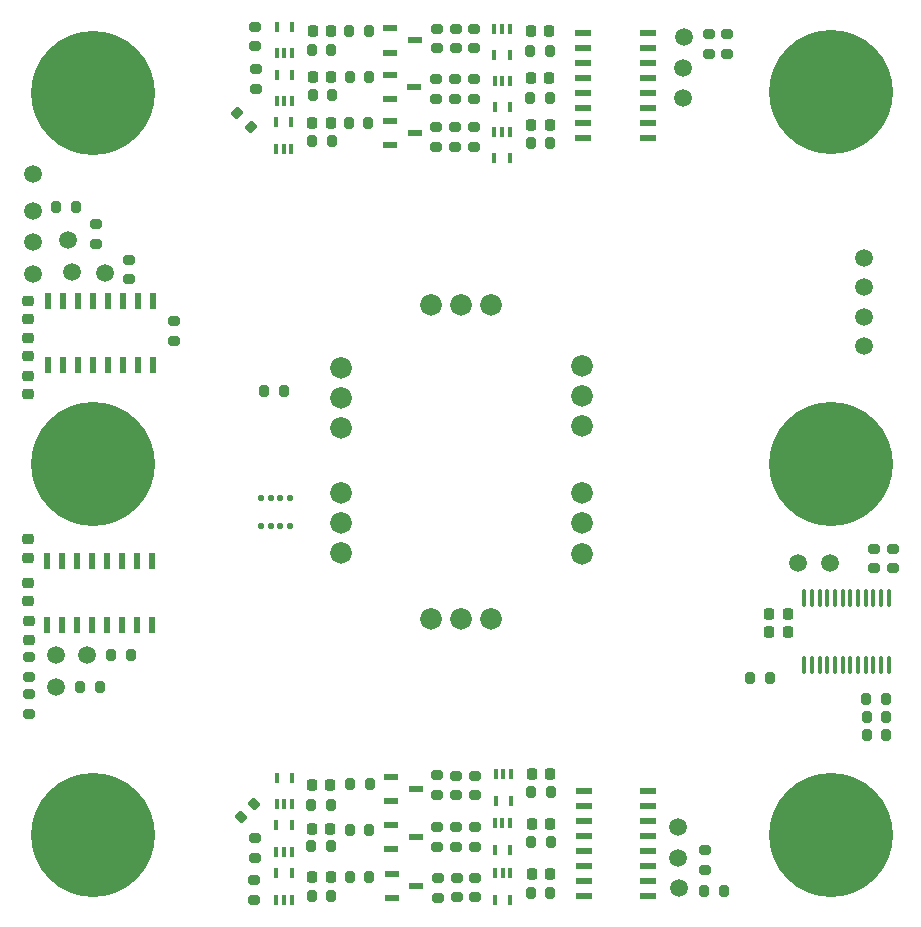
<source format=gts>
%TF.GenerationSoftware,KiCad,Pcbnew,7.0.11*%
%TF.CreationDate,2024-03-27T11:39:53-04:00*%
%TF.ProjectId,Sensor-Board,53656e73-6f72-42d4-926f-6172642e6b69,rev?*%
%TF.SameCoordinates,Original*%
%TF.FileFunction,Soldermask,Top*%
%TF.FilePolarity,Negative*%
%FSLAX46Y46*%
G04 Gerber Fmt 4.6, Leading zero omitted, Abs format (unit mm)*
G04 Created by KiCad (PCBNEW 7.0.11) date 2024-03-27 11:39:53*
%MOMM*%
%LPD*%
G01*
G04 APERTURE LIST*
G04 Aperture macros list*
%AMRoundRect*
0 Rectangle with rounded corners*
0 $1 Rounding radius*
0 $2 $3 $4 $5 $6 $7 $8 $9 X,Y pos of 4 corners*
0 Add a 4 corners polygon primitive as box body*
4,1,4,$2,$3,$4,$5,$6,$7,$8,$9,$2,$3,0*
0 Add four circle primitives for the rounded corners*
1,1,$1+$1,$2,$3*
1,1,$1+$1,$4,$5*
1,1,$1+$1,$6,$7*
1,1,$1+$1,$8,$9*
0 Add four rect primitives between the rounded corners*
20,1,$1+$1,$2,$3,$4,$5,0*
20,1,$1+$1,$4,$5,$6,$7,0*
20,1,$1+$1,$6,$7,$8,$9,0*
20,1,$1+$1,$8,$9,$2,$3,0*%
G04 Aperture macros list end*
%ADD10RoundRect,0.200000X0.275000X-0.200000X0.275000X0.200000X-0.275000X0.200000X-0.275000X-0.200000X0*%
%ADD11RoundRect,0.225000X0.250000X-0.225000X0.250000X0.225000X-0.250000X0.225000X-0.250000X-0.225000X0*%
%ADD12RoundRect,0.225000X0.225000X0.250000X-0.225000X0.250000X-0.225000X-0.250000X0.225000X-0.250000X0*%
%ADD13RoundRect,0.200000X-0.200000X-0.275000X0.200000X-0.275000X0.200000X0.275000X-0.200000X0.275000X0*%
%ADD14RoundRect,0.200000X-0.275000X0.200000X-0.275000X-0.200000X0.275000X-0.200000X0.275000X0.200000X0*%
%ADD15C,1.500000*%
%ADD16R,0.558800X1.460500*%
%ADD17C,1.498600*%
%ADD18R,0.304800X0.850900*%
%ADD19RoundRect,0.200000X0.053033X-0.335876X0.335876X-0.053033X-0.053033X0.335876X-0.335876X0.053033X0*%
%ADD20RoundRect,0.200000X0.200000X0.275000X-0.200000X0.275000X-0.200000X-0.275000X0.200000X-0.275000X0*%
%ADD21R,1.270000X0.558800*%
%ADD22C,10.500000*%
%ADD23R,1.460500X0.558800*%
%ADD24RoundRect,0.225000X-0.250000X0.225000X-0.250000X-0.225000X0.250000X-0.225000X0.250000X0.225000X0*%
%ADD25C,1.830000*%
%ADD26RoundRect,0.200000X0.335876X0.053033X0.053033X0.335876X-0.335876X-0.053033X-0.053033X-0.335876X0*%
%ADD27RoundRect,0.100000X0.100000X-0.637500X0.100000X0.637500X-0.100000X0.637500X-0.100000X-0.637500X0*%
%ADD28RoundRect,0.125000X-0.125000X-0.137500X0.125000X-0.137500X0.125000X0.137500X-0.125000X0.137500X0*%
G04 APERTURE END LIST*
D10*
%TO.C,R24*%
X158275000Y-130025000D03*
X158275000Y-128375000D03*
%TD*%
D11*
%TO.C,C15*%
X100950000Y-83400000D03*
X100950000Y-81850000D03*
%TD*%
D12*
%TO.C,C21*%
X145150000Y-130400000D03*
X143600000Y-130400000D03*
%TD*%
D13*
%TO.C,R68*%
X143530000Y-131990000D03*
X145180000Y-131990000D03*
%TD*%
D14*
%TO.C,R10*%
X137160000Y-58825000D03*
X137160000Y-60475000D03*
%TD*%
D12*
%TO.C,C2*%
X126583600Y-130671300D03*
X125033600Y-130671300D03*
%TD*%
D13*
%TO.C,R44*%
X125020000Y-68360000D03*
X126670000Y-68360000D03*
%TD*%
D10*
%TO.C,R41*%
X135600000Y-123670000D03*
X135600000Y-122020000D03*
%TD*%
D15*
%TO.C,TP17*%
X156000000Y-126400000D03*
%TD*%
D10*
%TO.C,R52*%
X137190000Y-128080000D03*
X137190000Y-126430000D03*
%TD*%
D14*
%TO.C,R16*%
X101050000Y-112025000D03*
X101050000Y-113675000D03*
%TD*%
D16*
%TO.C,U5*%
X102650000Y-87298300D03*
X103920000Y-87298300D03*
X105190000Y-87298300D03*
X106460000Y-87298300D03*
X107730000Y-87298300D03*
X109000000Y-87298300D03*
X110270000Y-87298300D03*
X111540000Y-87298300D03*
X111540000Y-81850000D03*
X110270000Y-81850000D03*
X109000000Y-81850000D03*
X107730000Y-81850000D03*
X106460000Y-81850000D03*
X105190000Y-81850000D03*
X103920000Y-81850000D03*
X102650000Y-81850000D03*
%TD*%
D17*
%TO.C,J2*%
X171725000Y-78200000D03*
X171725000Y-80700000D03*
X171725000Y-83200000D03*
X171725000Y-85700000D03*
%TD*%
D15*
%TO.C,TP12*%
X166150000Y-104075000D03*
%TD*%
D18*
%TO.C,U9*%
X122000000Y-60887900D03*
X122649986Y-60887900D03*
X123299972Y-60887900D03*
X123299985Y-58640000D03*
X121999987Y-58640000D03*
%TD*%
D10*
%TO.C,R35*%
X138710000Y-64740000D03*
X138710000Y-63090000D03*
%TD*%
D18*
%TO.C,U11*%
X122000013Y-64940000D03*
X122649999Y-64940000D03*
X123299985Y-64940000D03*
X123299998Y-62692100D03*
X122000000Y-62692100D03*
%TD*%
D13*
%TO.C,R32*%
X171975000Y-117050000D03*
X173625000Y-117050000D03*
%TD*%
D19*
%TO.C,R55*%
X118966637Y-125583363D03*
X120133363Y-124416637D03*
%TD*%
D20*
%TO.C,R5*%
X126650000Y-132240000D03*
X125000000Y-132240000D03*
%TD*%
D15*
%TO.C,TP11*%
X168825000Y-104050000D03*
%TD*%
D21*
%TO.C,U15*%
X131600000Y-58770000D03*
X131600000Y-60827400D03*
X133682800Y-59798700D03*
%TD*%
D10*
%TO.C,R4*%
X120083600Y-132571300D03*
X120083600Y-130921300D03*
%TD*%
D15*
%TO.C,TP10*%
X156425000Y-62150000D03*
%TD*%
D22*
%TO.C,H2*%
X106450200Y-127058400D03*
%TD*%
D20*
%TO.C,R45*%
X129825000Y-59000000D03*
X128175000Y-59000000D03*
%TD*%
D13*
%TO.C,R31*%
X171975000Y-118575000D03*
X173625000Y-118575000D03*
%TD*%
D15*
%TO.C,TP6*%
X156450000Y-64700000D03*
%TD*%
D23*
%TO.C,U18*%
X147981700Y-59140000D03*
X147981700Y-60410000D03*
X147981700Y-61680000D03*
X147981700Y-62950000D03*
X147981700Y-64220000D03*
X147981700Y-65490000D03*
X147981700Y-66760000D03*
X147981700Y-68030000D03*
X153430000Y-68030000D03*
X153430000Y-66760000D03*
X153430000Y-65490000D03*
X153430000Y-64220000D03*
X153430000Y-62950000D03*
X153430000Y-61680000D03*
X153430000Y-60410000D03*
X153430000Y-59140000D03*
%TD*%
D13*
%TO.C,R22*%
X105400000Y-114525000D03*
X107050000Y-114525000D03*
%TD*%
D11*
%TO.C,C4*%
X101050000Y-110550000D03*
X101050000Y-109000000D03*
%TD*%
D13*
%TO.C,R25*%
X171950000Y-115550000D03*
X173600000Y-115550000D03*
%TD*%
D20*
%TO.C,R6*%
X129858600Y-130671300D03*
X128208600Y-130671300D03*
%TD*%
D15*
%TO.C,TP14*%
X105925000Y-111875000D03*
%TD*%
D24*
%TO.C,C8*%
X100950000Y-102050000D03*
X100950000Y-103600000D03*
%TD*%
D10*
%TO.C,R42*%
X135600000Y-128090000D03*
X135600000Y-126440000D03*
%TD*%
D20*
%TO.C,R47*%
X129860000Y-62870000D03*
X128210000Y-62870000D03*
%TD*%
D18*
%TO.C,U24*%
X141749972Y-58802100D03*
X141099986Y-58802100D03*
X140450000Y-58802100D03*
X140449987Y-61050000D03*
X141749985Y-61050000D03*
%TD*%
D10*
%TO.C,R19*%
X109530000Y-80030000D03*
X109530000Y-78380000D03*
%TD*%
D12*
%TO.C,C10*%
X145075000Y-63000000D03*
X143525000Y-63000000D03*
%TD*%
D20*
%TO.C,R57*%
X129908600Y-122771300D03*
X128258600Y-122771300D03*
%TD*%
D12*
%TO.C,C20*%
X126533600Y-122821300D03*
X124983600Y-122821300D03*
%TD*%
D18*
%TO.C,U21*%
X141779985Y-126100000D03*
X141129999Y-126100000D03*
X140480013Y-126100000D03*
X140480000Y-128347900D03*
X141779998Y-128347900D03*
%TD*%
D22*
%TO.C,H1*%
X106450200Y-64236400D03*
%TD*%
D20*
%TO.C,R40*%
X126650000Y-60600000D03*
X125000000Y-60600000D03*
%TD*%
%TO.C,R58*%
X163750000Y-113775000D03*
X162100000Y-113775000D03*
%TD*%
D15*
%TO.C,TP15*%
X103340000Y-111830000D03*
%TD*%
D18*
%TO.C,U22*%
X141799972Y-130302100D03*
X141149986Y-130302100D03*
X140500000Y-130302100D03*
X140499987Y-132550000D03*
X141799985Y-132550000D03*
%TD*%
D14*
%TO.C,R30*%
X158575000Y-59300000D03*
X158575000Y-60950000D03*
%TD*%
D24*
%TO.C,C5*%
X100980000Y-85010000D03*
X100980000Y-86560000D03*
%TD*%
D25*
%TO.C,U27*%
X127500000Y-92590000D03*
X127500000Y-90040000D03*
X127500000Y-87500000D03*
%TD*%
D12*
%TO.C,C17*%
X165275000Y-108325000D03*
X163725000Y-108325000D03*
%TD*%
D14*
%TO.C,R50*%
X135540000Y-63090000D03*
X135540000Y-64740000D03*
%TD*%
D18*
%TO.C,U2*%
X121980015Y-128497900D03*
X122630001Y-128497900D03*
X123279987Y-128497900D03*
X123280000Y-126250000D03*
X121980002Y-126250000D03*
%TD*%
D15*
%TO.C,TP5*%
X101350000Y-76875000D03*
%TD*%
D23*
%TO.C,U4*%
X148000000Y-123310000D03*
X148000000Y-124580000D03*
X148000000Y-125850000D03*
X148000000Y-127120000D03*
X148000000Y-128390000D03*
X148000000Y-129660000D03*
X148000000Y-130930000D03*
X148000000Y-132200000D03*
X153448300Y-132200000D03*
X153448300Y-130930000D03*
X153448300Y-129660000D03*
X153448300Y-128390000D03*
X153448300Y-127120000D03*
X153448300Y-125850000D03*
X153448300Y-124580000D03*
X153448300Y-123310000D03*
%TD*%
D20*
%TO.C,R43*%
X126710000Y-64460000D03*
X125060000Y-64460000D03*
%TD*%
D10*
%TO.C,R37*%
X120190000Y-60290000D03*
X120190000Y-58640000D03*
%TD*%
D15*
%TO.C,TP8*%
X107460000Y-79530000D03*
%TD*%
D10*
%TO.C,R54*%
X138780000Y-128090000D03*
X138780000Y-126440000D03*
%TD*%
D15*
%TO.C,TP16*%
X156075000Y-131600000D03*
%TD*%
%TO.C,TP13*%
X103340000Y-114570000D03*
%TD*%
%TO.C,TP9*%
X156475000Y-59550000D03*
%TD*%
D18*
%TO.C,U12*%
X121960014Y-68970000D03*
X122610000Y-68970000D03*
X123259986Y-68970000D03*
X123259999Y-66722100D03*
X121960001Y-66722100D03*
%TD*%
D15*
%TO.C,TP18*%
X156000000Y-129000000D03*
%TD*%
D26*
%TO.C,R39*%
X119825000Y-67125000D03*
X118658274Y-65958274D03*
%TD*%
D18*
%TO.C,U8*%
X141749985Y-67552100D03*
X141099999Y-67552100D03*
X140450013Y-67552100D03*
X140450000Y-69800000D03*
X141749998Y-69800000D03*
%TD*%
D12*
%TO.C,C11*%
X145125000Y-66925000D03*
X143575000Y-66925000D03*
%TD*%
D14*
%TO.C,R12*%
X137110000Y-67155000D03*
X137110000Y-68805000D03*
%TD*%
%TO.C,R11*%
X137100000Y-63090000D03*
X137100000Y-64740000D03*
%TD*%
D10*
%TO.C,R38*%
X120250000Y-63910000D03*
X120250000Y-62260000D03*
%TD*%
D14*
%TO.C,R21*%
X101075000Y-115150000D03*
X101075000Y-116800000D03*
%TD*%
D22*
%TO.C,H6*%
X168934200Y-127096400D03*
%TD*%
D21*
%TO.C,U17*%
X131600000Y-66602600D03*
X131600000Y-68660000D03*
X133682800Y-67631300D03*
%TD*%
D13*
%TO.C,R7*%
X143555000Y-123410000D03*
X145205000Y-123410000D03*
%TD*%
D10*
%TO.C,R46*%
X135660000Y-132370000D03*
X135660000Y-130720000D03*
%TD*%
D14*
%TO.C,R29*%
X160110000Y-59300000D03*
X160110000Y-60950000D03*
%TD*%
D15*
%TO.C,TP7*%
X101350000Y-79575000D03*
%TD*%
D25*
%TO.C,U28*%
X147850000Y-87380000D03*
X147850000Y-89930000D03*
X147850000Y-92470000D03*
%TD*%
D12*
%TO.C,C14*%
X126590000Y-66780000D03*
X125040000Y-66780000D03*
%TD*%
D22*
%TO.C,H4*%
X168934200Y-95627500D03*
%TD*%
D12*
%TO.C,C1*%
X126535000Y-126530000D03*
X124985000Y-126530000D03*
%TD*%
D22*
%TO.C,H5*%
X168934200Y-64196600D03*
%TD*%
D12*
%TO.C,C7*%
X145100000Y-59000000D03*
X143550000Y-59000000D03*
%TD*%
%TO.C,C16*%
X165275000Y-109900000D03*
X163725000Y-109900000D03*
%TD*%
%TO.C,C3*%
X145155000Y-121890000D03*
X143605000Y-121890000D03*
%TD*%
D15*
%TO.C,TP2*%
X104350000Y-76675000D03*
%TD*%
D21*
%TO.C,U16*%
X131590000Y-62702600D03*
X131590000Y-64760000D03*
X133672800Y-63731300D03*
%TD*%
D13*
%TO.C,R15*%
X143525000Y-68525000D03*
X145175000Y-68525000D03*
%TD*%
D21*
%TO.C,U26*%
X131700000Y-122150000D03*
X131700000Y-124207400D03*
X133782800Y-123178700D03*
%TD*%
D16*
%TO.C,U25*%
X111490000Y-103851700D03*
X110220000Y-103851700D03*
X108950000Y-103851700D03*
X107680000Y-103851700D03*
X106410000Y-103851700D03*
X105140000Y-103851700D03*
X103870000Y-103851700D03*
X102600000Y-103851700D03*
X102600000Y-109300000D03*
X103870000Y-109300000D03*
X105140000Y-109300000D03*
X106410000Y-109300000D03*
X107680000Y-109300000D03*
X108950000Y-109300000D03*
X110220000Y-109300000D03*
X111490000Y-109300000D03*
%TD*%
D20*
%TO.C,R56*%
X126608600Y-124571300D03*
X124958600Y-124571300D03*
%TD*%
D10*
%TO.C,R69*%
X138820000Y-132365000D03*
X138820000Y-130715000D03*
%TD*%
D11*
%TO.C,C9*%
X101000000Y-107275000D03*
X101000000Y-105725000D03*
%TD*%
D22*
%TO.C,H3*%
X106450200Y-95627500D03*
%TD*%
D10*
%TO.C,R18*%
X138720000Y-60485000D03*
X138720000Y-58835000D03*
%TD*%
D21*
%TO.C,U19*%
X131700000Y-126230000D03*
X131700000Y-128287400D03*
X133782800Y-127258700D03*
%TD*%
D15*
%TO.C,TP3*%
X101375000Y-71150000D03*
%TD*%
D10*
%TO.C,R51*%
X135525000Y-68790000D03*
X135525000Y-67140000D03*
%TD*%
D25*
%TO.C,U23*%
X140140000Y-108750000D03*
X137590000Y-108750000D03*
X135050000Y-108750000D03*
%TD*%
D10*
%TO.C,R9*%
X138820000Y-123690000D03*
X138820000Y-122040000D03*
%TD*%
D18*
%TO.C,U1*%
X122010014Y-124490000D03*
X122660000Y-124490000D03*
X123309986Y-124490000D03*
X123309999Y-122242100D03*
X122010001Y-122242100D03*
%TD*%
D20*
%TO.C,R2*%
X126585000Y-128050000D03*
X124935000Y-128050000D03*
%TD*%
D14*
%TO.C,R27*%
X113325000Y-83600000D03*
X113325000Y-85250000D03*
%TD*%
D12*
%TO.C,C19*%
X145175000Y-126160000D03*
X143625000Y-126160000D03*
%TD*%
D20*
%TO.C,R20*%
X105000000Y-73875000D03*
X103350000Y-73875000D03*
%TD*%
%TO.C,R17*%
X109675000Y-111850000D03*
X108025000Y-111850000D03*
%TD*%
D10*
%TO.C,R34*%
X172550000Y-104475000D03*
X172550000Y-102825000D03*
%TD*%
D18*
%TO.C,U7*%
X141779987Y-63202100D03*
X141130001Y-63202100D03*
X140480015Y-63202100D03*
X140480002Y-65450000D03*
X141780000Y-65450000D03*
%TD*%
D12*
%TO.C,C12*%
X126625000Y-59000000D03*
X125075000Y-59000000D03*
%TD*%
D20*
%TO.C,R3*%
X129833600Y-126671300D03*
X128183600Y-126671300D03*
%TD*%
D10*
%TO.C,R36*%
X138690000Y-68820000D03*
X138690000Y-67170000D03*
%TD*%
%TO.C,R28*%
X106750000Y-77025000D03*
X106750000Y-75375000D03*
%TD*%
D11*
%TO.C,C6*%
X100920000Y-89750000D03*
X100920000Y-88200000D03*
%TD*%
D18*
%TO.C,U3*%
X121983615Y-132571300D03*
X122633601Y-132571300D03*
X123283587Y-132571300D03*
X123283600Y-130323400D03*
X121983602Y-130323400D03*
%TD*%
%TO.C,U14*%
X141849985Y-121940000D03*
X141199999Y-121940000D03*
X140550013Y-121940000D03*
X140550000Y-124187900D03*
X141849998Y-124187900D03*
%TD*%
D13*
%TO.C,R14*%
X143465000Y-64680000D03*
X145115000Y-64680000D03*
%TD*%
%TO.C,R23*%
X158200000Y-131850000D03*
X159850000Y-131850000D03*
%TD*%
D21*
%TO.C,U20*%
X131742200Y-130371300D03*
X131742200Y-132428700D03*
X133825000Y-131400000D03*
%TD*%
D13*
%TO.C,R26*%
X120955000Y-89520000D03*
X122605000Y-89520000D03*
%TD*%
%TO.C,R53*%
X143580000Y-127690000D03*
X145230000Y-127690000D03*
%TD*%
D10*
%TO.C,R67*%
X137260000Y-132355000D03*
X137260000Y-130705000D03*
%TD*%
%TO.C,R33*%
X174225000Y-104475000D03*
X174225000Y-102825000D03*
%TD*%
D14*
%TO.C,R49*%
X135565000Y-58825000D03*
X135565000Y-60475000D03*
%TD*%
D27*
%TO.C,U32*%
X166675000Y-112700000D03*
X167325000Y-112700000D03*
X167975000Y-112700000D03*
X168625000Y-112700000D03*
X169275000Y-112700000D03*
X169925000Y-112700000D03*
X170575000Y-112700000D03*
X171225000Y-112700000D03*
X171875000Y-112700000D03*
X172525000Y-112700000D03*
X173175000Y-112700000D03*
X173825000Y-112700000D03*
X173825000Y-106975000D03*
X173175000Y-106975000D03*
X172525000Y-106975000D03*
X171875000Y-106975000D03*
X171225000Y-106975000D03*
X170575000Y-106975000D03*
X169925000Y-106975000D03*
X169275000Y-106975000D03*
X168625000Y-106975000D03*
X167975000Y-106975000D03*
X167325000Y-106975000D03*
X166675000Y-106975000D03*
%TD*%
D12*
%TO.C,C13*%
X126645000Y-62860000D03*
X125095000Y-62860000D03*
%TD*%
D10*
%TO.C,R1*%
X120150000Y-128995000D03*
X120150000Y-127345000D03*
%TD*%
D14*
%TO.C,R8*%
X137210000Y-122050000D03*
X137210000Y-123700000D03*
%TD*%
D15*
%TO.C,TP1*%
X104670000Y-79410000D03*
%TD*%
D28*
%TO.C,U6*%
X120720000Y-98535000D03*
X121520000Y-98535000D03*
X122320000Y-98535000D03*
X123120000Y-98535000D03*
X123120000Y-100910000D03*
X122320000Y-100910000D03*
X121520000Y-100910000D03*
X120720000Y-100910000D03*
%TD*%
D20*
%TO.C,R48*%
X129750000Y-66790000D03*
X128100000Y-66790000D03*
%TD*%
D13*
%TO.C,R13*%
X143465000Y-60680000D03*
X145115000Y-60680000D03*
%TD*%
D15*
%TO.C,TP4*%
X101350000Y-74250000D03*
%TD*%
D25*
%TO.C,U30*%
X147850000Y-103250000D03*
X147850000Y-100700000D03*
X147850000Y-98160000D03*
%TD*%
%TO.C,U29*%
X140190000Y-82200000D03*
X137640000Y-82200000D03*
X135100000Y-82200000D03*
%TD*%
%TO.C,U31*%
X127500000Y-98110000D03*
X127500000Y-100660000D03*
X127500000Y-103200000D03*
%TD*%
M02*

</source>
